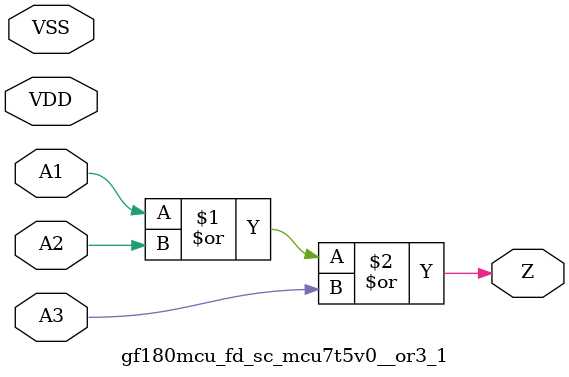
<source format=v>

module gf180mcu_fd_sc_mcu7t5v0__or3_1( A1, A2, A3, Z, VDD, VSS );
input A1, A2, A3;
inout VDD, VSS;
output Z;

	or MGM_BG_0( Z, A1, A2, A3 );

endmodule

</source>
